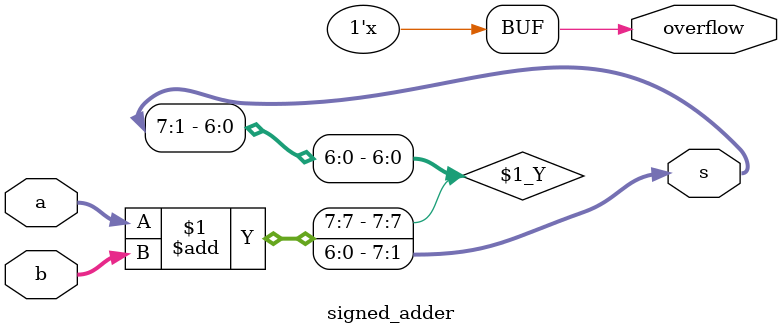
<source format=v>

module signed_adder(input [7:0] a,
    input [7:0] b,
    output [7:0] s,
    output overflow
); 

// The numbers a and b are added to the output s. 
// assign the occurence of the signed overflow of a and b to the output overflow.
// a signed overflow occurs if the most significant bits of a and b are low and the most significant bit of s is high
// a signed overflow may also occur if the most significant bits of a and b are high and the most significant bit of s is low



assign {1'b1, s[7:1]} = a + b;
assign overflow = {1'b1, ss[7]};

endmodule

</source>
